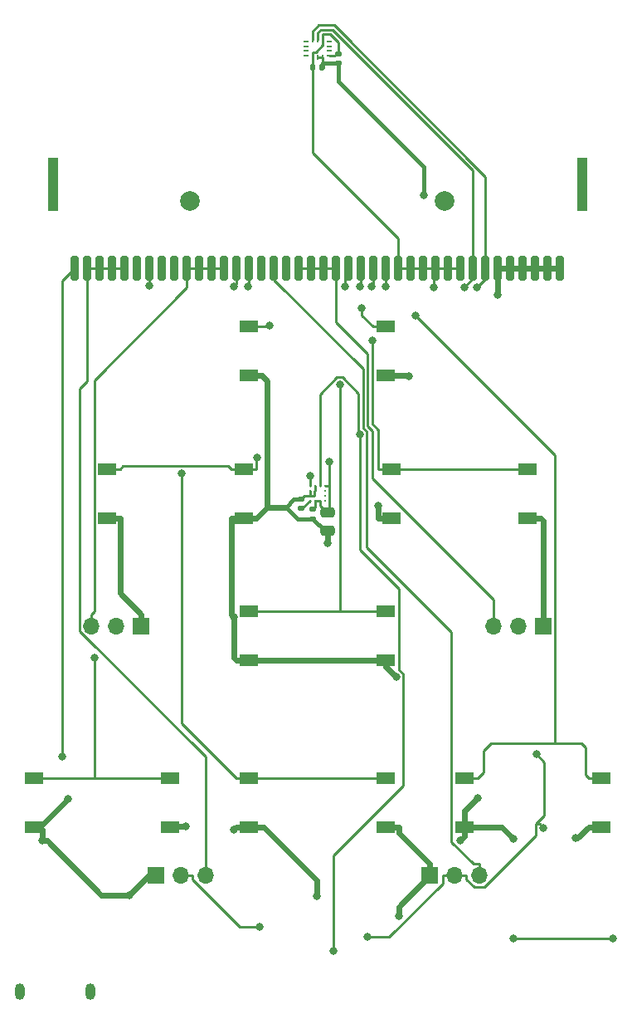
<source format=gbr>
%TF.GenerationSoftware,KiCad,Pcbnew,9.0.1-1.fc42*%
%TF.CreationDate,2025-04-23T08:50:20-04:00*%
%TF.ProjectId,roversa2,726f7665-7273-4613-922e-6b696361645f,rev?*%
%TF.SameCoordinates,Original*%
%TF.FileFunction,Copper,L1,Top*%
%TF.FilePolarity,Positive*%
%FSLAX46Y46*%
G04 Gerber Fmt 4.6, Leading zero omitted, Abs format (unit mm)*
G04 Created by KiCad (PCBNEW 9.0.1-1.fc42) date 2025-04-23 08:50:20*
%MOMM*%
%LPD*%
G01*
G04 APERTURE LIST*
G04 Aperture macros list*
%AMRoundRect*
0 Rectangle with rounded corners*
0 $1 Rounding radius*
0 $2 $3 $4 $5 $6 $7 $8 $9 X,Y pos of 4 corners*
0 Add a 4 corners polygon primitive as box body*
4,1,4,$2,$3,$4,$5,$6,$7,$8,$9,$2,$3,0*
0 Add four circle primitives for the rounded corners*
1,1,$1+$1,$2,$3*
1,1,$1+$1,$4,$5*
1,1,$1+$1,$6,$7*
1,1,$1+$1,$8,$9*
0 Add four rect primitives between the rounded corners*
20,1,$1+$1,$2,$3,$4,$5,0*
20,1,$1+$1,$4,$5,$6,$7,0*
20,1,$1+$1,$6,$7,$8,$9,0*
20,1,$1+$1,$8,$9,$2,$3,0*%
G04 Aperture macros list end*
%TA.AperFunction,SMDPad,CuDef*%
%ADD10R,1.950000X1.300000*%
%TD*%
%TA.AperFunction,SMDPad,CuDef*%
%ADD11RoundRect,0.250000X-0.475000X0.250000X-0.475000X-0.250000X0.475000X-0.250000X0.475000X0.250000X0*%
%TD*%
%TA.AperFunction,SMDPad,CuDef*%
%ADD12RoundRect,0.140000X0.170000X-0.140000X0.170000X0.140000X-0.170000X0.140000X-0.170000X-0.140000X0*%
%TD*%
%TA.AperFunction,ComponentPad*%
%ADD13RoundRect,0.275000X-0.275000X-2.475000X0.275000X-2.475000X0.275000X2.475000X-0.275000X2.475000X0*%
%TD*%
%TA.AperFunction,ComponentPad*%
%ADD14C,2.000000*%
%TD*%
%TA.AperFunction,SMDPad,CuDef*%
%ADD15RoundRect,0.200000X-0.200000X-1.050000X0.200000X-1.050000X0.200000X1.050000X-0.200000X1.050000X0*%
%TD*%
%TA.AperFunction,SMDPad,CuDef*%
%ADD16RoundRect,0.140000X-0.170000X0.140000X-0.170000X-0.140000X0.170000X-0.140000X0.170000X0.140000X0*%
%TD*%
%TA.AperFunction,SMDPad,CuDef*%
%ADD17RoundRect,0.140000X-0.140000X-0.170000X0.140000X-0.170000X0.140000X0.170000X-0.140000X0.170000X0*%
%TD*%
%TA.AperFunction,SMDPad,CuDef*%
%ADD18R,0.475000X0.250000*%
%TD*%
%TA.AperFunction,SMDPad,CuDef*%
%ADD19R,0.250000X0.475000*%
%TD*%
%TA.AperFunction,SMDPad,CuDef*%
%ADD20R,0.275000X0.250000*%
%TD*%
%TA.AperFunction,SMDPad,CuDef*%
%ADD21R,0.250000X0.275000*%
%TD*%
%TA.AperFunction,ComponentPad*%
%ADD22R,1.700000X1.700000*%
%TD*%
%TA.AperFunction,ComponentPad*%
%ADD23O,1.700000X1.700000*%
%TD*%
%TA.AperFunction,ComponentPad*%
%ADD24O,1.000000X1.700000*%
%TD*%
%TA.AperFunction,ViaPad*%
%ADD25C,0.800000*%
%TD*%
%TA.AperFunction,Conductor*%
%ADD26C,0.250000*%
%TD*%
%TA.AperFunction,Conductor*%
%ADD27C,0.600000*%
%TD*%
%TA.AperFunction,Conductor*%
%ADD28C,0.400000*%
%TD*%
G04 APERTURE END LIST*
D10*
%TO.P,SW2,1,1*%
%TO.N,Net-(R10-Pad2)*%
X92897800Y-126021900D03*
X106847800Y-126021900D03*
%TO.P,SW2,2,2*%
%TO.N,VSS*%
X92897800Y-131021900D03*
X106847800Y-131021900D03*
%TD*%
D11*
%TO.P,C6,1*%
%TO.N,+3V3*%
X100914200Y-98948200D03*
%TO.P,C6,2*%
%TO.N,VSS*%
X100914200Y-100848200D03*
%TD*%
D12*
%TO.P,C5,1*%
%TO.N,Net-(U3-C1)*%
X98196400Y-98571500D03*
%TO.P,C5,2*%
%TO.N,VSS*%
X98196400Y-97611500D03*
%TD*%
D13*
%TO.P,EC1,*%
%TO.N,*%
X72872800Y-65511900D03*
D14*
X86872800Y-67171900D03*
X112872800Y-67171900D03*
D13*
X126872800Y-65511900D03*
D15*
%TO.P,EC1,1,P3*%
%TO.N,V_DIV*%
X75107800Y-74021900D03*
%TO.P,EC1,2,P0*%
%TO.N,GVS_A*%
X76377800Y-74021900D03*
X77647800Y-74021900D03*
X78917800Y-74021900D03*
X80187800Y-74021900D03*
%TO.P,EC1,3,P4*%
%TO.N,unconnected-(EC1-P4-Pad3)*%
X81457800Y-74021900D03*
%TO.P,EC1,4,P5*%
%TO.N,ENTER*%
X82727800Y-74021900D03*
%TO.P,EC1,5,P6*%
%TO.N,unconnected-(EC1-P6-Pad5)*%
X83997800Y-74021900D03*
%TO.P,EC1,6,P7*%
%TO.N,unconnected-(EC1-P7-Pad6)*%
X85267800Y-74021900D03*
%TO.P,EC1,7,P1*%
%TO.N,SERVO_L*%
X86537800Y-74021900D03*
X87807800Y-74021900D03*
X89077800Y-74021900D03*
X90347800Y-74021900D03*
%TO.P,EC1,8,P8*%
%TO.N,PLAY*%
X91617800Y-74021900D03*
%TO.P,EC1,9,P9*%
%TO.N,STOP*%
X92887800Y-74021900D03*
%TO.P,EC1,10,P10*%
%TO.N,unconnected-(EC1-P10-Pad10)*%
X94157800Y-74021900D03*
%TO.P,EC1,11,P11*%
%TO.N,GVS_D*%
X95427800Y-74021900D03*
%TO.P,EC1,12,P12*%
%TO.N,unconnected-(EC1-P12-Pad12)*%
X96697800Y-74021900D03*
%TO.P,EC1,13,P2*%
%TO.N,SERVO_R*%
X97967800Y-74021900D03*
X99237800Y-74021900D03*
X100507800Y-74021900D03*
X101777800Y-74021900D03*
%TO.P,EC1,14,P13*%
%TO.N,FWD*%
X103047800Y-74021900D03*
%TO.P,EC1,15,P14*%
%TO.N,REV*%
X104317800Y-74021900D03*
%TO.P,EC1,16,P15*%
%TO.N,TURN_R*%
X105587800Y-74021900D03*
%TO.P,EC1,17,P16*%
%TO.N,TURN_L*%
X106857800Y-74021900D03*
%TO.P,EC1,18,3V3*%
%TO.N,+3V3*%
X108127800Y-74021900D03*
X109397800Y-74021900D03*
X110667800Y-74021900D03*
X111937800Y-74021900D03*
X113207800Y-74021900D03*
X114477800Y-74021900D03*
%TO.P,EC1,19,P19*%
%TO.N,I_SCL*%
X115747800Y-74021900D03*
%TO.P,EC1,20,P20*%
%TO.N,I_SDA*%
X117017800Y-74021900D03*
%TO.P,EC1,21,GND*%
%TO.N,VSS*%
X118287800Y-74021900D03*
X119557800Y-74021900D03*
X120827800Y-74021900D03*
X122097800Y-74021900D03*
X123367800Y-74021900D03*
X124637800Y-74021900D03*
%TD*%
D16*
%TO.P,C8,1*%
%TO.N,+3V3*%
X101981000Y-52207900D03*
%TO.P,C8,2*%
%TO.N,VSS*%
X101981000Y-53167900D03*
%TD*%
D10*
%TO.P,SW3,1,1*%
%TO.N,Net-(R11-Pad2)*%
X114897800Y-126021900D03*
X128847800Y-126021900D03*
%TO.P,SW3,2,2*%
%TO.N,VSS*%
X114897800Y-131021900D03*
X128847800Y-131021900D03*
%TD*%
%TO.P,SW8,1,1*%
%TO.N,Net-(R16-Pad2)*%
X78397800Y-94521900D03*
X92347800Y-94521900D03*
%TO.P,SW8,2,2*%
%TO.N,VSS*%
X78397800Y-99521900D03*
X92347800Y-99521900D03*
%TD*%
D17*
%TO.P,C9,1*%
%TO.N,+3V3*%
X99392800Y-53576900D03*
%TO.P,C9,2*%
%TO.N,VSS*%
X100352800Y-53576900D03*
%TD*%
D10*
%TO.P,SW7,1,1*%
%TO.N,Net-(R15-Pad2)*%
X107397800Y-94521900D03*
X121347800Y-94521900D03*
%TO.P,SW7,2,2*%
%TO.N,VSS*%
X107397800Y-99521900D03*
X121347800Y-99521900D03*
%TD*%
D16*
%TO.P,C7,1*%
%TO.N,+3V3*%
X99390200Y-98656200D03*
%TO.P,C7,2*%
%TO.N,VSS*%
X99390200Y-99616200D03*
%TD*%
D10*
%TO.P,SW6,1,1*%
%TO.N,Net-(R14-Pad2)*%
X92897800Y-109021900D03*
X106847800Y-109021900D03*
%TO.P,SW6,2,2*%
%TO.N,VSS*%
X92897800Y-114021900D03*
X106847800Y-114021900D03*
%TD*%
%TO.P,SW4,1,1*%
%TO.N,Net-(R12-Pad2)*%
X70897800Y-126021900D03*
X84847800Y-126021900D03*
%TO.P,SW4,2,2*%
%TO.N,VSS*%
X70897800Y-131021900D03*
X84847800Y-131021900D03*
%TD*%
%TO.P,SW5,1,1*%
%TO.N,Net-(R13-Pad2)*%
X92897800Y-80021900D03*
X106847800Y-80021900D03*
%TO.P,SW5,2,2*%
%TO.N,VSS*%
X92897800Y-85021900D03*
X106847800Y-85021900D03*
%TD*%
D18*
%TO.P,U4,1,SA0*%
%TO.N,unconnected-(U4-SA0-Pad1)*%
X98710300Y-50921900D03*
%TO.P,U4,2,SDX*%
%TO.N,unconnected-(U4-SDX-Pad2)*%
X98710300Y-51421900D03*
%TO.P,U4,3,SCX*%
%TO.N,unconnected-(U4-SCX-Pad3)*%
X98710300Y-51921900D03*
%TO.P,U4,4,INT1*%
%TO.N,unconnected-(U4-INT1-Pad4)*%
X98710300Y-52421900D03*
D19*
%TO.P,U4,5,VDD_IO*%
%TO.N,+3V3*%
X99372800Y-52584400D03*
%TO.P,U4,6,GND*%
%TO.N,VSS*%
X99872800Y-52584400D03*
%TO.P,U4,7,GND*%
X100372800Y-52584400D03*
D18*
%TO.P,U4,8,VDD*%
%TO.N,+3V3*%
X101035300Y-52421900D03*
%TO.P,U4,9,INT2*%
%TO.N,unconnected-(U4-INT2-Pad9)*%
X101035300Y-51921900D03*
%TO.P,U4,10,NC*%
%TO.N,unconnected-(U4-NC-Pad10)*%
X101035300Y-51421900D03*
%TO.P,U4,11,NC*%
%TO.N,unconnected-(U4-NC-Pad11)*%
X101035300Y-50921900D03*
D19*
%TO.P,U4,12,CS*%
%TO.N,+3V3*%
X100372800Y-50759400D03*
%TO.P,U4,13,SCL*%
%TO.N,I_SCL*%
X99872800Y-50759400D03*
%TO.P,U4,14,SDA*%
%TO.N,I_SDA*%
X99372800Y-50759400D03*
%TD*%
D20*
%TO.P,U3,1,SCL*%
%TO.N,I_SCL*%
X99110300Y-96271900D03*
%TO.P,U3,2,RES*%
%TO.N,VSS*%
X99110300Y-96771900D03*
%TO.P,U3,3,GND*%
X99110300Y-97271900D03*
%TO.P,U3,4,C1*%
%TO.N,Net-(U3-C1)*%
X99110300Y-97771900D03*
D21*
%TO.P,U3,5,VDD*%
%TO.N,+3V3*%
X99622800Y-97784400D03*
%TO.P,U3,6,VDD_IO*%
X100122800Y-97784400D03*
D20*
%TO.P,U3,7,INT*%
%TO.N,unconnected-(U3-INT-Pad7)*%
X100635300Y-97771900D03*
%TO.P,U3,8,DRDY*%
%TO.N,unconnected-(U3-DRDY-Pad8)*%
X100635300Y-97271900D03*
%TO.P,U3,9,SA1*%
%TO.N,unconnected-(U3-SA1-Pad9)*%
X100635300Y-96771900D03*
%TO.P,U3,10,CS*%
%TO.N,+3V3*%
X100635300Y-96271900D03*
D21*
%TO.P,U3,11,SDA*%
%TO.N,I_SDA*%
X100122800Y-96259400D03*
%TO.P,U3,12,RES*%
%TO.N,VSS*%
X99622800Y-96259400D03*
%TD*%
D22*
%TO.P,J7,1,GND*%
%TO.N,VSS*%
X122922800Y-110521900D03*
D23*
%TO.P,J7,2,VDD*%
%TO.N,SW_BAT*%
X120382800Y-110521900D03*
%TO.P,J7,3,PWM*%
%TO.N,SERVO_R*%
X117842800Y-110521900D03*
%TD*%
D24*
%TO.P,J1,*%
%TO.N,*%
X76647800Y-147771900D03*
X69497800Y-147771900D03*
%TD*%
D22*
%TO.P,J6,1,GND*%
%TO.N,VSS*%
X81872800Y-110521900D03*
D23*
%TO.P,J6,2,VDD*%
%TO.N,SW_BAT*%
X79332800Y-110521900D03*
%TO.P,J6,3,PWM*%
%TO.N,SERVO_L*%
X76792800Y-110521900D03*
%TD*%
D22*
%TO.P,J5,1,GND*%
%TO.N,VSS*%
X83372800Y-135971900D03*
D23*
%TO.P,J5,2,VDD*%
%TO.N,+3V3*%
X85912800Y-135971900D03*
%TO.P,J5,3,SIGNAL*%
%TO.N,GVS_A*%
X88452800Y-135971900D03*
%TD*%
D22*
%TO.P,J8,1,GND*%
%TO.N,VSS*%
X111322800Y-135971900D03*
D23*
%TO.P,J8,2,VDD*%
%TO.N,+3V3*%
X113862800Y-135971900D03*
%TO.P,J8,3,SIGNAL*%
%TO.N,GVS_D*%
X116402800Y-135971900D03*
%TD*%
D25*
%TO.N,SW_BAT*%
X130048000Y-142392400D03*
X119837200Y-142392400D03*
%TO.N,VSS*%
X86440500Y-130943700D03*
X110700000Y-66600000D03*
X91302900Y-109590400D03*
X109170600Y-85046400D03*
X116199700Y-128066800D03*
X71798400Y-132381700D03*
X114479400Y-132398800D03*
X99822000Y-138099800D03*
X118287800Y-76753200D03*
X119888000Y-132232400D03*
X100914200Y-102063000D03*
X107909400Y-115754900D03*
X126251500Y-132156100D03*
X80670400Y-137956900D03*
X108150400Y-140070600D03*
X106095900Y-98283300D03*
X91312400Y-131305400D03*
X74403100Y-128136300D03*
%TO.N,+3V3*%
X101100000Y-93800000D03*
X104932401Y-142255899D03*
X122200000Y-123600000D03*
X93933700Y-141161400D03*
X122934900Y-131115900D03*
X111704400Y-76040900D03*
%TO.N,V_DIV*%
X73808000Y-123815800D03*
%TO.N,ENTER*%
X82677000Y-75819000D03*
%TO.N,PLAY*%
X91313000Y-75895200D03*
%TO.N,STOP*%
X92811600Y-75920600D03*
%TO.N,FWD*%
X102666800Y-75920600D03*
%TO.N,REV*%
X104241600Y-75920600D03*
%TO.N,TURN_R*%
X105410000Y-75946000D03*
%TO.N,TURN_L*%
X106807000Y-75946000D03*
%TO.N,I_SCL*%
X114884200Y-75971400D03*
X99110300Y-95237700D03*
%TO.N,I_SDA*%
X101533800Y-143660800D03*
X116136800Y-76030200D03*
X104194900Y-91001000D03*
%TO.N,Net-(R10-Pad2)*%
X86013500Y-94965300D03*
%TO.N,Net-(R11-Pad2)*%
X109881800Y-78868800D03*
%TO.N,Net-(R12-Pad2)*%
X77137900Y-113796100D03*
%TO.N,Net-(R13-Pad2)*%
X104374947Y-78089000D03*
X94970600Y-79933800D03*
%TO.N,Net-(R14-Pad2)*%
X102165500Y-85957600D03*
%TO.N,Net-(R15-Pad2)*%
X105440300Y-81408600D03*
%TO.N,Net-(R16-Pad2)*%
X93739200Y-93382200D03*
%TD*%
D26*
%TO.N,SW_BAT*%
X119837200Y-142392400D02*
X130048000Y-142392400D01*
D27*
%TO.N,VSS*%
X94199700Y-85021900D02*
X94734600Y-85556800D01*
X80670400Y-137956900D02*
X82655400Y-135971900D01*
D26*
X99110300Y-97271900D02*
X99342500Y-97271900D01*
D27*
X91302900Y-113728900D02*
X91302900Y-109590400D01*
X92897800Y-114021900D02*
X94199700Y-114021900D01*
X84926000Y-130943700D02*
X84847800Y-131021900D01*
D28*
X96638200Y-98416200D02*
X97838200Y-99616200D01*
D27*
X77822400Y-137956900D02*
X72247200Y-132381700D01*
X91045900Y-109333400D02*
X91045900Y-99521900D01*
X92897800Y-85021900D02*
X94199700Y-85021900D01*
D28*
X100372800Y-53167900D02*
X100372800Y-53556900D01*
X101981000Y-54983600D02*
X101981000Y-53167900D01*
D27*
X107397800Y-99521900D02*
X106095900Y-99521900D01*
X128847800Y-131021900D02*
X127545900Y-131021900D01*
X78397800Y-99521900D02*
X79699700Y-99521900D01*
X106847800Y-131021900D02*
X108149700Y-131021900D01*
X108149700Y-131621900D02*
X108149700Y-131021900D01*
X80670400Y-137956900D02*
X77822400Y-137956900D01*
D28*
X99390200Y-99616200D02*
X100622200Y-100848200D01*
D27*
X108150400Y-139144300D02*
X108150400Y-140070600D01*
D28*
X96638200Y-98416200D02*
X97442900Y-97611500D01*
D27*
X81872800Y-109345000D02*
X79699700Y-107171900D01*
X116199700Y-128066800D02*
X114897800Y-129368700D01*
X106847800Y-85021900D02*
X108149700Y-85021900D01*
X91312400Y-131305400D02*
X91595900Y-131021900D01*
X92347800Y-99521900D02*
X91045900Y-99521900D01*
D26*
X94734600Y-98416200D02*
X94734600Y-98437000D01*
D27*
X106095900Y-98283300D02*
X106095900Y-99521900D01*
D28*
X110700000Y-66600000D02*
X110700000Y-63702600D01*
X100372800Y-53167900D02*
X101981000Y-53167900D01*
D27*
X118677500Y-131021900D02*
X114897800Y-131021900D01*
D26*
X100622200Y-100848200D02*
X100914200Y-100848200D01*
X100372800Y-53148800D02*
X100372800Y-53167900D01*
X111322800Y-135383400D02*
X111322800Y-135971900D01*
D27*
X114897800Y-129368700D02*
X114897800Y-131021900D01*
X122922800Y-110521900D02*
X122922800Y-99795000D01*
X126411700Y-132156100D02*
X127545900Y-131021900D01*
D26*
X99342500Y-97271900D02*
X99574700Y-97271900D01*
D27*
X71798400Y-132381700D02*
X71798400Y-131271500D01*
D26*
X99574700Y-96771900D02*
X99622800Y-96723800D01*
D27*
X114897800Y-131021900D02*
X114897800Y-131980400D01*
X119888000Y-132232400D02*
X118677500Y-131021900D01*
X94734600Y-98437000D02*
X93649700Y-99521900D01*
X94734600Y-85556800D02*
X94734600Y-98416200D01*
D26*
X99110300Y-96771900D02*
X99110300Y-97271900D01*
X100372800Y-52584400D02*
X100372800Y-53148800D01*
D27*
X94344900Y-131021900D02*
X92897800Y-131021900D01*
X92347800Y-99521900D02*
X93649700Y-99521900D01*
X71798400Y-131271500D02*
X71548800Y-131021900D01*
X91302900Y-109590400D02*
X91045900Y-109333400D01*
X92897800Y-131021900D02*
X91595900Y-131021900D01*
X82655400Y-135971900D02*
X83372800Y-135971900D01*
D26*
X99872800Y-52584400D02*
X100372800Y-52584400D01*
D28*
X110700000Y-63702600D02*
X101981000Y-54983600D01*
D27*
X108149700Y-85021900D02*
X109146100Y-85021900D01*
X106847800Y-114021900D02*
X94199700Y-114021900D01*
X81872800Y-110521900D02*
X81872800Y-109345000D01*
D26*
X98536000Y-97271900D02*
X99110300Y-97271900D01*
D27*
X121347800Y-99521900D02*
X122649700Y-99521900D01*
X99822000Y-136499000D02*
X94344900Y-131021900D01*
X71548800Y-131021900D02*
X74403100Y-128167600D01*
X94734600Y-98416200D02*
X96638200Y-98416200D01*
X72247200Y-132381700D02*
X71798400Y-132381700D01*
D26*
X99622800Y-96259400D02*
X99622800Y-96723800D01*
X109146100Y-85021900D02*
X109170600Y-85046400D01*
D28*
X97442900Y-97611500D02*
X98196400Y-97611500D01*
D27*
X91595900Y-114021900D02*
X91302900Y-113728900D01*
X111322800Y-134795000D02*
X108149700Y-131621900D01*
D26*
X126251500Y-132156100D02*
X126411700Y-132156100D01*
D27*
X92897800Y-114021900D02*
X91595900Y-114021900D01*
D28*
X97838200Y-99616200D02*
X99390200Y-99616200D01*
D27*
X107909400Y-115754900D02*
X106847800Y-114693300D01*
X124637800Y-74021900D02*
X118287800Y-74021900D01*
X100914200Y-100848200D02*
X100914200Y-102063000D01*
X118287800Y-74021900D02*
X118287800Y-76753200D01*
D26*
X99574700Y-97271900D02*
X99574700Y-96771900D01*
D27*
X114897800Y-131980400D02*
X114479400Y-132398800D01*
X111322800Y-135383400D02*
X111322800Y-134795000D01*
X111322800Y-135971900D02*
X108150400Y-139144300D01*
D26*
X74403100Y-128167600D02*
X74403100Y-128136300D01*
D27*
X79699700Y-107171900D02*
X79699700Y-99521900D01*
X106847800Y-114693300D02*
X106847800Y-114021900D01*
X99822000Y-138099800D02*
X99822000Y-136499000D01*
D26*
X98196400Y-97611500D02*
X98536000Y-97271900D01*
D27*
X70897800Y-131021900D02*
X71548800Y-131021900D01*
X122922800Y-99795000D02*
X122649700Y-99521900D01*
X86440500Y-130943700D02*
X84926000Y-130943700D01*
D26*
%TO.N,+3V3*%
X108127800Y-74021900D02*
X109397800Y-74021900D01*
X111937800Y-74021900D02*
X113207800Y-74021900D01*
X109397800Y-74021900D02*
X110667800Y-74021900D01*
X112685900Y-136781000D02*
X112685900Y-135971900D01*
X85912800Y-135971900D02*
X87089700Y-135971900D01*
X108127800Y-74021900D02*
X108127800Y-71012600D01*
X113862800Y-135971900D02*
X115039700Y-135971900D01*
X100729400Y-98855400D02*
X100122800Y-98248800D01*
X101035300Y-52421900D02*
X101599700Y-52421900D01*
X99392800Y-53576900D02*
X99372800Y-53556900D01*
X99622800Y-98248800D02*
X99622800Y-98423600D01*
X99372800Y-53556900D02*
X99372800Y-52584400D01*
X115039700Y-135971900D02*
X115039700Y-136337700D01*
X100635300Y-96271900D02*
X101099700Y-96271900D01*
X101133200Y-50195000D02*
X101981000Y-51042800D01*
X99622800Y-97784400D02*
X99622800Y-98248800D01*
X122157400Y-130730900D02*
X122549900Y-130730900D01*
X113207800Y-74021900D02*
X114477800Y-74021900D01*
X99392800Y-62277600D02*
X99392800Y-53576900D01*
X101099700Y-98669900D02*
X100914200Y-98855400D01*
X111704400Y-76040900D02*
X111704400Y-74021900D01*
X108127800Y-71012600D02*
X99392800Y-62277600D01*
X100372800Y-50195000D02*
X101133200Y-50195000D01*
X100372800Y-50790700D02*
X100372800Y-50759400D01*
X100914200Y-98855400D02*
X100729400Y-98855400D01*
X115869700Y-137167700D02*
X116890300Y-137167700D01*
X107211001Y-142255899D02*
X112685900Y-136781000D01*
X100122800Y-97784400D02*
X100122800Y-98248800D01*
X101099700Y-93800300D02*
X101100000Y-93800000D01*
X99622800Y-98423600D02*
X99390200Y-98656200D01*
X99372800Y-52020000D02*
X99676600Y-52020000D01*
X122157400Y-131900600D02*
X122157400Y-130730900D01*
X100914200Y-98855400D02*
X100914200Y-98948200D01*
X100372800Y-50790700D02*
X100372800Y-51323800D01*
X101099700Y-96271900D02*
X101099700Y-98669900D01*
X101813700Y-52207900D02*
X101599700Y-52421900D01*
X110667800Y-74021900D02*
X111937800Y-74021900D01*
X123037600Y-124437600D02*
X122200000Y-123600000D01*
X116890300Y-137167700D02*
X122157400Y-131900600D01*
X101981000Y-51042800D02*
X101981000Y-52207900D01*
X101100000Y-93582600D02*
X101100000Y-93800000D01*
X101099700Y-96271900D02*
X101099700Y-93800300D01*
X99372800Y-52584400D02*
X99372800Y-52020000D01*
X122549900Y-130730900D02*
X122934900Y-131115900D01*
X123037600Y-129850700D02*
X123037600Y-124437600D01*
X93933700Y-141161400D02*
X91913400Y-141161400D01*
X91913400Y-141161400D02*
X87089700Y-136337700D01*
X101981000Y-52207900D02*
X101813700Y-52207900D01*
X99676600Y-52020000D02*
X100372800Y-51323800D01*
X112685900Y-135971900D02*
X113862800Y-135971900D01*
X100372800Y-50759400D02*
X100372800Y-50195000D01*
X104932401Y-142255899D02*
X107211001Y-142255899D01*
X115039700Y-136337700D02*
X115869700Y-137167700D01*
X122157400Y-130730900D02*
X123037600Y-129850700D01*
X87089700Y-136337700D02*
X87089700Y-135971900D01*
X100122800Y-97784400D02*
X99622800Y-97784400D01*
%TO.N,Net-(U3-C1)*%
X98310700Y-98571500D02*
X99110300Y-97771900D01*
X98196400Y-98571500D02*
X98310700Y-98571500D01*
%TO.N,V_DIV*%
X75107800Y-74021900D02*
X73808000Y-75321700D01*
X73808000Y-75321700D02*
X73808000Y-123815800D01*
%TO.N,GVS_A*%
X75615700Y-111048800D02*
X88452800Y-123885900D01*
X76377800Y-74021900D02*
X76377800Y-85547300D01*
X80187800Y-74021900D02*
X76377800Y-74021900D01*
X88452800Y-123885900D02*
X88452800Y-135971900D01*
X75615700Y-86309400D02*
X75615700Y-111048800D01*
X76377800Y-85547300D02*
X75615700Y-86309400D01*
%TO.N,ENTER*%
X82727800Y-75768200D02*
X82677000Y-75819000D01*
X82727800Y-74021900D02*
X82727800Y-75768200D01*
%TO.N,SERVO_L*%
X90347800Y-74021900D02*
X86537800Y-74021900D01*
X76792800Y-109345000D02*
X76792800Y-110521900D01*
X86537800Y-76024200D02*
X77095900Y-85466100D01*
X86537800Y-74021900D02*
X86537800Y-76024200D01*
X77095900Y-85466100D02*
X77095900Y-109041900D01*
X77095900Y-109041900D02*
X76792800Y-109345000D01*
%TO.N,PLAY*%
X91617800Y-75590400D02*
X91617800Y-74021900D01*
X91313000Y-75895200D02*
X91617800Y-75590400D01*
%TO.N,STOP*%
X92887800Y-75844400D02*
X92811600Y-75920600D01*
X92887800Y-73021900D02*
X92887800Y-75844400D01*
%TO.N,GVS_D*%
X113538600Y-132529600D02*
X115804000Y-134795000D01*
X95427800Y-73021900D02*
X95427800Y-75209400D01*
X104921800Y-102546800D02*
X113538600Y-111163600D01*
X104921800Y-90699900D02*
X104921800Y-102546800D01*
X95427800Y-75209400D02*
X104535000Y-84316600D01*
X116402800Y-135971900D02*
X116402800Y-134795000D01*
X113538600Y-111163600D02*
X113538600Y-132529600D01*
X115804000Y-134795000D02*
X116402800Y-134795000D01*
X104535000Y-90313100D02*
X104921800Y-90699900D01*
X104535000Y-84316600D02*
X104535000Y-90313100D01*
%TO.N,SERVO_R*%
X105484700Y-95497300D02*
X105484700Y-90621500D01*
X117842800Y-107855400D02*
X105484700Y-95497300D01*
X101777800Y-79599800D02*
X101777800Y-74021900D01*
X101777800Y-74021900D02*
X97967800Y-74021900D01*
X104986900Y-90123700D02*
X104986900Y-82808900D01*
X117842800Y-110521900D02*
X117842800Y-107855400D01*
X105484700Y-90621500D02*
X104986900Y-90123700D01*
X104986900Y-82808900D02*
X101777800Y-79599800D01*
%TO.N,FWD*%
X102666800Y-75920600D02*
X102666800Y-74402900D01*
X102666800Y-74402900D02*
X103047800Y-74021900D01*
%TO.N,REV*%
X104317800Y-75844400D02*
X104241600Y-75920600D01*
X104317800Y-73021900D02*
X104317800Y-75844400D01*
%TO.N,TURN_R*%
X105587800Y-73021900D02*
X105587800Y-75768200D01*
X105587800Y-75768200D02*
X105410000Y-75946000D01*
%TO.N,TURN_L*%
X106857800Y-75895200D02*
X106807000Y-75946000D01*
X106857800Y-73021900D02*
X106857800Y-75895200D01*
%TO.N,I_SCL*%
X115747800Y-64098100D02*
X101392800Y-49743100D01*
X115747800Y-75107800D02*
X115747800Y-64098100D01*
X100185600Y-49743100D02*
X99872800Y-50055900D01*
X114884200Y-75971400D02*
X115747800Y-75107800D01*
X99872800Y-50055900D02*
X99872800Y-50759400D01*
X101392800Y-49743100D02*
X100185600Y-49743100D01*
X99110300Y-95237700D02*
X99110300Y-96271900D01*
%TO.N,I_SDA*%
X104194900Y-91001000D02*
X104060400Y-90866500D01*
X101533800Y-133899400D02*
X108636300Y-126796900D01*
X101580000Y-49291200D02*
X99998400Y-49291200D01*
X101852100Y-85192600D02*
X100122800Y-86921900D01*
X102428500Y-85192600D02*
X101852100Y-85192600D01*
X99998400Y-49291200D02*
X99372800Y-49916800D01*
X100122800Y-96259400D02*
X100122800Y-95795000D01*
X108636300Y-115453800D02*
X108149800Y-114967300D01*
X99372800Y-49916800D02*
X99372800Y-50759400D01*
X116136800Y-76030200D02*
X117017800Y-75149200D01*
X104060400Y-90866500D02*
X104060400Y-86824500D01*
X117017800Y-75149200D02*
X117017800Y-64729000D01*
X108636300Y-126796900D02*
X108636300Y-115453800D01*
X117017800Y-64729000D02*
X101580000Y-49291200D01*
X108149700Y-106732000D02*
X104194900Y-102777200D01*
X108149700Y-114967300D02*
X108149700Y-106732000D01*
X104060400Y-86824500D02*
X102428500Y-85192600D01*
X108149800Y-114967300D02*
X108149700Y-114967300D01*
X104194900Y-102777200D02*
X104194900Y-91001000D01*
X101533800Y-143660800D02*
X101533800Y-133899400D01*
X100122800Y-86921900D02*
X100122800Y-95795000D01*
%TO.N,Net-(R10-Pad2)*%
X86013500Y-94965300D02*
X86013500Y-120439500D01*
X106847800Y-126021900D02*
X92897800Y-126021900D01*
X86013500Y-120439500D02*
X91595900Y-126021900D01*
X92897800Y-126021900D02*
X91595900Y-126021900D01*
%TO.N,Net-(R11-Pad2)*%
X116799300Y-125422300D02*
X116199700Y-126021900D01*
X109881800Y-78868800D02*
X124143100Y-93130100D01*
X127203200Y-125679200D02*
X127203200Y-122936000D01*
X124143100Y-122490900D02*
X124104400Y-122529600D01*
X124104400Y-122529600D02*
X117551200Y-122529600D01*
X117551200Y-122529600D02*
X116799300Y-123281500D01*
X127545900Y-126021900D02*
X127203200Y-125679200D01*
X116799300Y-123281500D02*
X116799300Y-125422300D01*
X124143100Y-93130100D02*
X124143100Y-122490900D01*
X126796800Y-122529600D02*
X127203200Y-122936000D01*
X128847800Y-126021900D02*
X127545900Y-126021900D01*
X116199700Y-126021900D02*
X114897800Y-126021900D01*
X124104400Y-122529600D02*
X126796800Y-122529600D01*
%TO.N,Net-(R12-Pad2)*%
X84847800Y-126021900D02*
X77137900Y-126021900D01*
X77137900Y-126021900D02*
X70897800Y-126021900D01*
X77137900Y-126021900D02*
X77137900Y-113796100D01*
%TO.N,Net-(R13-Pad2)*%
X94882500Y-80021900D02*
X92897800Y-80021900D01*
X105545900Y-80021900D02*
X106847800Y-80021900D01*
X104374947Y-78850947D02*
X105545900Y-80021900D01*
X104374947Y-78089000D02*
X104374947Y-78850947D01*
X94970600Y-79933800D02*
X94882500Y-80021900D01*
%TO.N,Net-(R14-Pad2)*%
X102165500Y-109021900D02*
X92897800Y-109021900D01*
X102165500Y-109021900D02*
X102165500Y-85957600D01*
X106847800Y-109021900D02*
X102165500Y-109021900D01*
%TO.N,Net-(R15-Pad2)*%
X106095900Y-90578800D02*
X105440300Y-89923200D01*
X106095900Y-94521900D02*
X106095900Y-90578800D01*
X121347800Y-94521900D02*
X107397800Y-94521900D01*
X107397800Y-94521900D02*
X106095900Y-94521900D01*
X105440300Y-89923200D02*
X105440300Y-81408600D01*
%TO.N,Net-(R16-Pad2)*%
X93649700Y-93471700D02*
X93739200Y-93382200D01*
X79983200Y-94238400D02*
X79699700Y-94521900D01*
X93649700Y-94521900D02*
X93649700Y-93471700D01*
X92347800Y-94521900D02*
X91045900Y-94521900D01*
X91045900Y-94521900D02*
X90762400Y-94238400D01*
X90762400Y-94238400D02*
X79983200Y-94238400D01*
X78397800Y-94521900D02*
X79699700Y-94521900D01*
X92347800Y-94521900D02*
X93649700Y-94521900D01*
%TD*%
M02*

</source>
